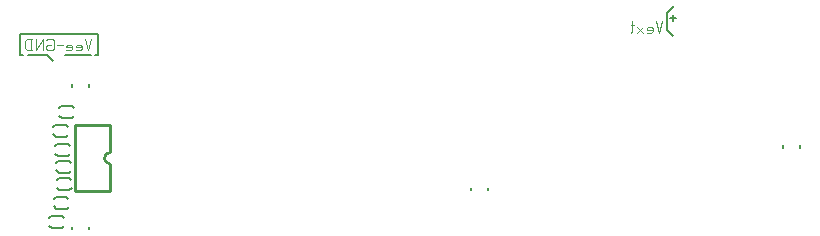
<source format=gbr>
G04 start of page 13 for group -4078 idx -4078 *
G04 Title: (unknown), bottomsilk *
G04 Creator: pcb 4.2.0 *
G04 CreationDate: Wed Jul 29 20:49:07 2020 UTC *
G04 For: commonadmin *
G04 Format: Gerber/RS-274X *
G04 PCB-Dimensions (mil): 4000.00 3500.00 *
G04 PCB-Coordinate-Origin: lower left *
%MOIN*%
%FSLAX25Y25*%
%LNBOTTOMSILK*%
%ADD148C,0.0100*%
%ADD147C,0.0080*%
%ADD146C,0.0038*%
%ADD145C,0.0040*%
%ADD144C,0.0060*%
G54D144*X52000Y83469D02*X45500D01*
X43000D02*X44000D01*
X260500Y96969D02*Y94969D01*
X261500Y95969D02*X259500D01*
X258500Y91969D02*X260500Y89969D01*
X258500Y97469D02*Y91969D01*
X261000Y99969D02*X258500Y97469D01*
X43000Y90469D02*Y83469D01*
X69000D02*X68000D01*
X66500D02*X58000D01*
X43000Y90469D02*X69000D01*
Y83469D01*
X54000Y81469D02*X52000Y83469D01*
G54D145*X257000Y94969D02*X256000Y90969D01*
X255000Y94969D01*
X251800Y90969D02*X253300D01*
X253800Y91469D02*X253300Y90969D01*
X253800Y91469D02*Y92469D01*
X253300Y92969D01*
X252300D02*X253300D01*
X252300D02*X251800Y92469D01*
Y91969D02*X253800D01*
X251800D02*Y92469D01*
X250600Y92969D02*X248600Y90969D01*
X250600D02*X248600Y92969D01*
X246900Y91469D02*Y94969D01*
Y91469D02*X246400Y90969D01*
Y93469D02*X247400D01*
G54D146*X66500Y88999D02*X65530Y85119D01*
X64560Y88999D01*
X61456Y85119D02*X62911D01*
X63396Y85604D02*X62911Y85119D01*
X63396Y85604D02*Y86574D01*
X62911Y87059D01*
X61941D02*X62911D01*
X61941D02*X61456Y86574D01*
Y86089D02*X63396D01*
X61456D02*Y86574D01*
X58352Y85119D02*X59807D01*
X60292Y85604D02*X59807Y85119D01*
X60292Y85604D02*Y86574D01*
X59807Y87059D01*
X58837D02*X59807D01*
X58837D02*X58352Y86574D01*
Y86089D02*X60292D01*
X58352D02*Y86574D01*
X55248Y87059D02*X57188D01*
X52144Y88999D02*X51659Y88514D01*
X52144Y88999D02*X53599D01*
X54084Y88514D02*X53599Y88999D01*
X54084Y85604D02*Y88514D01*
Y85604D02*X53599Y85119D01*
X52144D02*X53599D01*
X52144D02*X51659Y85604D01*
Y86574D01*
X52144Y87059D02*X51659Y86574D01*
X52144Y87059D02*X53114D01*
X50495Y85119D02*Y88999D01*
X48070Y85119D01*
Y88999D01*
X46421Y85119D02*Y88999D01*
X45160D02*X44481Y88320D01*
Y85798D02*Y88320D01*
X45160Y85119D02*X44481Y85798D01*
X45160Y85119D02*X46906D01*
X45160Y88999D02*X46906D01*
G54D147*X302755Y53436D02*Y52650D01*
X297245Y53436D02*Y52650D01*
X198755Y39350D02*Y38564D01*
X193245Y39350D02*Y38564D01*
X65755Y73862D02*Y73076D01*
X60245Y73862D02*Y73076D01*
G54D144*X54900Y32300D02*X54100Y33100D01*
X54900Y32300D02*X58400D01*
X59100Y33000D02*X58400Y32300D01*
X58300Y36300D02*X59000Y35600D01*
X54800Y36300D02*X58300D01*
X54100Y35600D02*X54800Y36300D01*
G54D148*X72900Y47300D02*Y38100D01*
Y60400D02*Y51100D01*
X61100Y60400D02*X72900D01*
X61100D02*Y38100D01*
X72900D01*
Y51100D02*G75*G03X72900Y47300I0J-1900D01*G01*
G54D144*X55850Y38600D02*X55050Y39400D01*
X55850Y38600D02*X59350D01*
X60050Y39300D02*X59350Y38600D01*
X59250Y42600D02*X59950Y41900D01*
X55750Y42600D02*X59250D01*
X55050Y41900D02*X55750Y42600D01*
X53400Y25900D02*X52600Y26700D01*
X53400Y25900D02*X56900D01*
X57600Y26600D02*X56900Y25900D01*
X56800Y29900D02*X57500Y29200D01*
X53300Y29900D02*X56800D01*
X52600Y29200D02*X53300Y29900D01*
G54D147*X60245Y26319D02*Y25533D01*
X65755Y26319D02*Y25533D01*
G54D144*X56750Y62600D02*X55950Y63400D01*
X56750Y62600D02*X60250D01*
X60950Y63300D02*X60250Y62600D01*
X60150Y66600D02*X60850Y65900D01*
X56650Y66600D02*X60150D01*
X55950Y65900D02*X56650Y66600D01*
X54750Y56300D02*X53950Y57100D01*
X54750Y56300D02*X58250D01*
X58950Y57000D02*X58250Y56300D01*
X58150Y60300D02*X58850Y59600D01*
X54650Y60300D02*X58150D01*
X53950Y59600D02*X54650Y60300D01*
X55400Y49800D02*X54600Y50600D01*
X55400Y49800D02*X58900D01*
X59600Y50500D02*X58900Y49800D01*
X58800Y53800D02*X59500Y53100D01*
X55300Y53800D02*X58800D01*
X54600Y53100D02*X55300Y53800D01*
X55750Y44300D02*X54950Y45100D01*
X55750Y44300D02*X59250D01*
X59950Y45000D02*X59250Y44300D01*
X59150Y48300D02*X59850Y47600D01*
X55650Y48300D02*X59150D01*
X54950Y47600D02*X55650Y48300D01*
M02*

</source>
